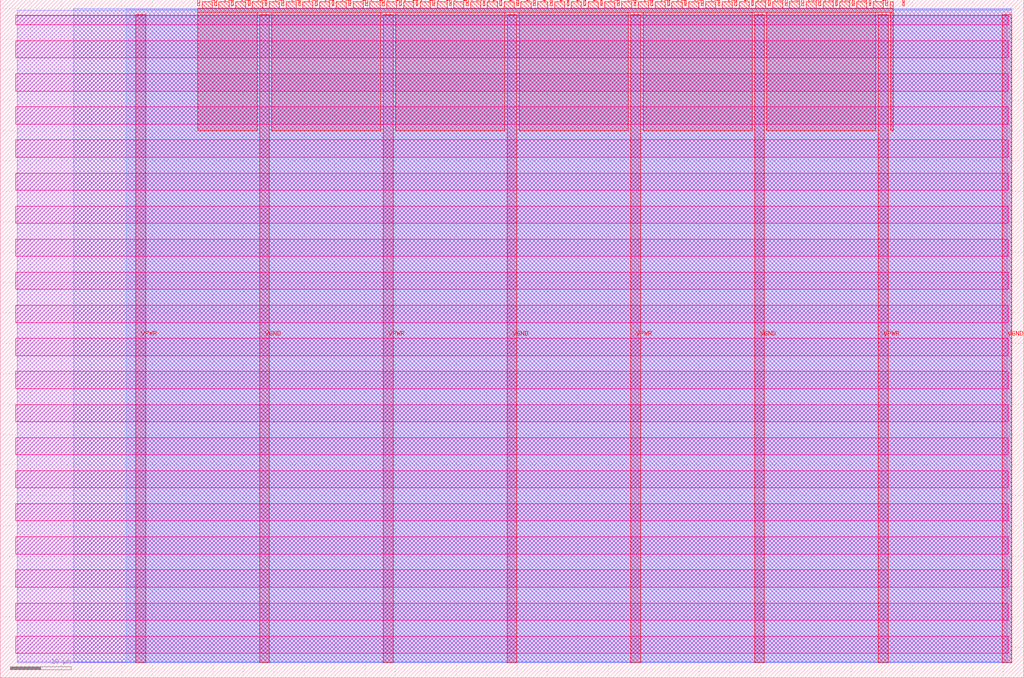
<source format=lef>
VERSION 5.7 ;
  NOWIREEXTENSIONATPIN ON ;
  DIVIDERCHAR "/" ;
  BUSBITCHARS "[]" ;
MACRO tt_um_frequency_counter_dup2
  CLASS BLOCK ;
  FOREIGN tt_um_frequency_counter_dup2 ;
  ORIGIN 0.000 0.000 ;
  SIZE 168.360 BY 111.520 ;
  PIN VGND
    DIRECTION INOUT ;
    USE GROUND ;
    PORT
      LAYER met4 ;
        RECT 42.670 2.480 44.270 109.040 ;
    END
    PORT
      LAYER met4 ;
        RECT 83.380 2.480 84.980 109.040 ;
    END
    PORT
      LAYER met4 ;
        RECT 124.090 2.480 125.690 109.040 ;
    END
    PORT
      LAYER met4 ;
        RECT 164.800 2.480 166.400 109.040 ;
    END
  END VGND
  PIN VPWR
    DIRECTION INOUT ;
    USE POWER ;
    PORT
      LAYER met4 ;
        RECT 22.315 2.480 23.915 109.040 ;
    END
    PORT
      LAYER met4 ;
        RECT 63.025 2.480 64.625 109.040 ;
    END
    PORT
      LAYER met4 ;
        RECT 103.735 2.480 105.335 109.040 ;
    END
    PORT
      LAYER met4 ;
        RECT 144.445 2.480 146.045 109.040 ;
    END
  END VPWR
  PIN clk
    DIRECTION INPUT ;
    USE SIGNAL ;
    ANTENNAGATEAREA 0.852000 ;
    PORT
      LAYER met4 ;
        RECT 145.670 110.520 145.970 111.520 ;
    END
  END clk
  PIN ena
    DIRECTION INPUT ;
    USE SIGNAL ;
    PORT
      LAYER met4 ;
        RECT 148.430 110.520 148.730 111.520 ;
    END
  END ena
  PIN rst_n
    DIRECTION INPUT ;
    USE SIGNAL ;
    ANTENNAGATEAREA 0.213000 ;
    PORT
      LAYER met4 ;
        RECT 142.910 110.520 143.210 111.520 ;
    END
  END rst_n
  PIN ui_in[0]
    DIRECTION INPUT ;
    USE SIGNAL ;
    ANTENNAGATEAREA 0.196500 ;
    PORT
      LAYER met4 ;
        RECT 140.150 110.520 140.450 111.520 ;
    END
  END ui_in[0]
  PIN ui_in[1]
    DIRECTION INPUT ;
    USE SIGNAL ;
    ANTENNAGATEAREA 0.159000 ;
    PORT
      LAYER met4 ;
        RECT 137.390 110.520 137.690 111.520 ;
    END
  END ui_in[1]
  PIN ui_in[2]
    DIRECTION INPUT ;
    USE SIGNAL ;
    ANTENNAGATEAREA 0.196500 ;
    PORT
      LAYER met4 ;
        RECT 134.630 110.520 134.930 111.520 ;
    END
  END ui_in[2]
  PIN ui_in[3]
    DIRECTION INPUT ;
    USE SIGNAL ;
    PORT
      LAYER met4 ;
        RECT 131.870 110.520 132.170 111.520 ;
    END
  END ui_in[3]
  PIN ui_in[4]
    DIRECTION INPUT ;
    USE SIGNAL ;
    ANTENNAGATEAREA 0.196500 ;
    PORT
      LAYER met4 ;
        RECT 129.110 110.520 129.410 111.520 ;
    END
  END ui_in[4]
  PIN ui_in[5]
    DIRECTION INPUT ;
    USE SIGNAL ;
    ANTENNAGATEAREA 0.196500 ;
    PORT
      LAYER met4 ;
        RECT 126.350 110.520 126.650 111.520 ;
    END
  END ui_in[5]
  PIN ui_in[6]
    DIRECTION INPUT ;
    USE SIGNAL ;
    ANTENNAGATEAREA 0.196500 ;
    PORT
      LAYER met4 ;
        RECT 123.590 110.520 123.890 111.520 ;
    END
  END ui_in[6]
  PIN ui_in[7]
    DIRECTION INPUT ;
    USE SIGNAL ;
    ANTENNAGATEAREA 0.196500 ;
    PORT
      LAYER met4 ;
        RECT 120.830 110.520 121.130 111.520 ;
    END
  END ui_in[7]
  PIN uio_in[0]
    DIRECTION INPUT ;
    USE SIGNAL ;
    ANTENNAGATEAREA 0.196500 ;
    PORT
      LAYER met4 ;
        RECT 118.070 110.520 118.370 111.520 ;
    END
  END uio_in[0]
  PIN uio_in[1]
    DIRECTION INPUT ;
    USE SIGNAL ;
    ANTENNAGATEAREA 0.196500 ;
    PORT
      LAYER met4 ;
        RECT 115.310 110.520 115.610 111.520 ;
    END
  END uio_in[1]
  PIN uio_in[2]
    DIRECTION INPUT ;
    USE SIGNAL ;
    ANTENNAGATEAREA 0.196500 ;
    PORT
      LAYER met4 ;
        RECT 112.550 110.520 112.850 111.520 ;
    END
  END uio_in[2]
  PIN uio_in[3]
    DIRECTION INPUT ;
    USE SIGNAL ;
    ANTENNAGATEAREA 0.196500 ;
    PORT
      LAYER met4 ;
        RECT 109.790 110.520 110.090 111.520 ;
    END
  END uio_in[3]
  PIN uio_in[4]
    DIRECTION INPUT ;
    USE SIGNAL ;
    ANTENNAGATEAREA 0.196500 ;
    PORT
      LAYER met4 ;
        RECT 107.030 110.520 107.330 111.520 ;
    END
  END uio_in[4]
  PIN uio_in[5]
    DIRECTION INPUT ;
    USE SIGNAL ;
    ANTENNAGATEAREA 0.196500 ;
    PORT
      LAYER met4 ;
        RECT 104.270 110.520 104.570 111.520 ;
    END
  END uio_in[5]
  PIN uio_in[6]
    DIRECTION INPUT ;
    USE SIGNAL ;
    ANTENNAGATEAREA 0.196500 ;
    PORT
      LAYER met4 ;
        RECT 101.510 110.520 101.810 111.520 ;
    END
  END uio_in[6]
  PIN uio_in[7]
    DIRECTION INPUT ;
    USE SIGNAL ;
    ANTENNAGATEAREA 0.196500 ;
    PORT
      LAYER met4 ;
        RECT 98.750 110.520 99.050 111.520 ;
    END
  END uio_in[7]
  PIN uio_oe[0]
    DIRECTION OUTPUT TRISTATE ;
    USE SIGNAL ;
    ANTENNADIFFAREA 0.445500 ;
    PORT
      LAYER met4 ;
        RECT 51.830 110.520 52.130 111.520 ;
    END
  END uio_oe[0]
  PIN uio_oe[1]
    DIRECTION OUTPUT TRISTATE ;
    USE SIGNAL ;
    ANTENNADIFFAREA 0.445500 ;
    PORT
      LAYER met4 ;
        RECT 49.070 110.520 49.370 111.520 ;
    END
  END uio_oe[1]
  PIN uio_oe[2]
    DIRECTION OUTPUT TRISTATE ;
    USE SIGNAL ;
    ANTENNADIFFAREA 0.445500 ;
    PORT
      LAYER met4 ;
        RECT 46.310 110.520 46.610 111.520 ;
    END
  END uio_oe[2]
  PIN uio_oe[3]
    DIRECTION OUTPUT TRISTATE ;
    USE SIGNAL ;
    ANTENNADIFFAREA 0.445500 ;
    PORT
      LAYER met4 ;
        RECT 43.550 110.520 43.850 111.520 ;
    END
  END uio_oe[3]
  PIN uio_oe[4]
    DIRECTION OUTPUT TRISTATE ;
    USE SIGNAL ;
    ANTENNADIFFAREA 0.445500 ;
    PORT
      LAYER met4 ;
        RECT 40.790 110.520 41.090 111.520 ;
    END
  END uio_oe[4]
  PIN uio_oe[5]
    DIRECTION OUTPUT TRISTATE ;
    USE SIGNAL ;
    ANTENNADIFFAREA 0.445500 ;
    PORT
      LAYER met4 ;
        RECT 38.030 110.520 38.330 111.520 ;
    END
  END uio_oe[5]
  PIN uio_oe[6]
    DIRECTION OUTPUT TRISTATE ;
    USE SIGNAL ;
    ANTENNADIFFAREA 0.445500 ;
    PORT
      LAYER met4 ;
        RECT 35.270 110.520 35.570 111.520 ;
    END
  END uio_oe[6]
  PIN uio_oe[7]
    DIRECTION OUTPUT TRISTATE ;
    USE SIGNAL ;
    ANTENNADIFFAREA 0.795200 ;
    PORT
      LAYER met4 ;
        RECT 32.510 110.520 32.810 111.520 ;
    END
  END uio_oe[7]
  PIN uio_out[0]
    DIRECTION OUTPUT TRISTATE ;
    USE SIGNAL ;
    ANTENNAGATEAREA 3.298500 ;
    ANTENNADIFFAREA 0.891000 ;
    PORT
      LAYER met4 ;
        RECT 73.910 110.520 74.210 111.520 ;
    END
  END uio_out[0]
  PIN uio_out[1]
    DIRECTION OUTPUT TRISTATE ;
    USE SIGNAL ;
    ANTENNAGATEAREA 2.110500 ;
    ANTENNADIFFAREA 0.891000 ;
    PORT
      LAYER met4 ;
        RECT 71.150 110.520 71.450 111.520 ;
    END
  END uio_out[1]
  PIN uio_out[2]
    DIRECTION OUTPUT TRISTATE ;
    USE SIGNAL ;
    ANTENNADIFFAREA 0.795200 ;
    PORT
      LAYER met4 ;
        RECT 68.390 110.520 68.690 111.520 ;
    END
  END uio_out[2]
  PIN uio_out[3]
    DIRECTION OUTPUT TRISTATE ;
    USE SIGNAL ;
    ANTENNADIFFAREA 0.795200 ;
    PORT
      LAYER met4 ;
        RECT 65.630 110.520 65.930 111.520 ;
    END
  END uio_out[3]
  PIN uio_out[4]
    DIRECTION OUTPUT TRISTATE ;
    USE SIGNAL ;
    ANTENNADIFFAREA 0.445500 ;
    PORT
      LAYER met4 ;
        RECT 62.870 110.520 63.170 111.520 ;
    END
  END uio_out[4]
  PIN uio_out[5]
    DIRECTION OUTPUT TRISTATE ;
    USE SIGNAL ;
    ANTENNADIFFAREA 0.795200 ;
    PORT
      LAYER met4 ;
        RECT 60.110 110.520 60.410 111.520 ;
    END
  END uio_out[5]
  PIN uio_out[6]
    DIRECTION OUTPUT TRISTATE ;
    USE SIGNAL ;
    ANTENNADIFFAREA 0.795200 ;
    PORT
      LAYER met4 ;
        RECT 57.350 110.520 57.650 111.520 ;
    END
  END uio_out[6]
  PIN uio_out[7]
    DIRECTION OUTPUT TRISTATE ;
    USE SIGNAL ;
    ANTENNADIFFAREA 0.795200 ;
    PORT
      LAYER met4 ;
        RECT 54.590 110.520 54.890 111.520 ;
    END
  END uio_out[7]
  PIN uo_out[0]
    DIRECTION OUTPUT TRISTATE ;
    USE SIGNAL ;
    ANTENNADIFFAREA 0.891000 ;
    PORT
      LAYER met4 ;
        RECT 95.990 110.520 96.290 111.520 ;
    END
  END uo_out[0]
  PIN uo_out[1]
    DIRECTION OUTPUT TRISTATE ;
    USE SIGNAL ;
    ANTENNADIFFAREA 0.891000 ;
    PORT
      LAYER met4 ;
        RECT 93.230 110.520 93.530 111.520 ;
    END
  END uo_out[1]
  PIN uo_out[2]
    DIRECTION OUTPUT TRISTATE ;
    USE SIGNAL ;
    ANTENNADIFFAREA 1.431000 ;
    PORT
      LAYER met4 ;
        RECT 90.470 110.520 90.770 111.520 ;
    END
  END uo_out[2]
  PIN uo_out[3]
    DIRECTION OUTPUT TRISTATE ;
    USE SIGNAL ;
    ANTENNADIFFAREA 0.891000 ;
    PORT
      LAYER met4 ;
        RECT 87.710 110.520 88.010 111.520 ;
    END
  END uo_out[3]
  PIN uo_out[4]
    DIRECTION OUTPUT TRISTATE ;
    USE SIGNAL ;
    ANTENNAGATEAREA 0.495000 ;
    ANTENNADIFFAREA 0.911000 ;
    PORT
      LAYER met4 ;
        RECT 84.950 110.520 85.250 111.520 ;
    END
  END uo_out[4]
  PIN uo_out[5]
    DIRECTION OUTPUT TRISTATE ;
    USE SIGNAL ;
    ANTENNADIFFAREA 0.445500 ;
    PORT
      LAYER met4 ;
        RECT 82.190 110.520 82.490 111.520 ;
    END
  END uo_out[5]
  PIN uo_out[6]
    DIRECTION OUTPUT TRISTATE ;
    USE SIGNAL ;
    ANTENNADIFFAREA 0.462000 ;
    PORT
      LAYER met4 ;
        RECT 79.430 110.520 79.730 111.520 ;
    END
  END uo_out[6]
  PIN uo_out[7]
    DIRECTION OUTPUT TRISTATE ;
    USE SIGNAL ;
    ANTENNADIFFAREA 0.795200 ;
    PORT
      LAYER met4 ;
        RECT 76.670 110.520 76.970 111.520 ;
    END
  END uo_out[7]
  OBS
      LAYER nwell ;
        RECT 2.570 107.385 165.790 108.990 ;
        RECT 2.570 101.945 165.790 104.775 ;
        RECT 2.570 96.505 165.790 99.335 ;
        RECT 2.570 91.065 165.790 93.895 ;
        RECT 2.570 85.625 165.790 88.455 ;
        RECT 2.570 80.185 165.790 83.015 ;
        RECT 2.570 74.745 165.790 77.575 ;
        RECT 2.570 69.305 165.790 72.135 ;
        RECT 2.570 63.865 165.790 66.695 ;
        RECT 2.570 58.425 165.790 61.255 ;
        RECT 2.570 52.985 165.790 55.815 ;
        RECT 2.570 47.545 165.790 50.375 ;
        RECT 2.570 42.105 165.790 44.935 ;
        RECT 2.570 36.665 165.790 39.495 ;
        RECT 2.570 31.225 165.790 34.055 ;
        RECT 2.570 25.785 165.790 28.615 ;
        RECT 2.570 20.345 165.790 23.175 ;
        RECT 2.570 14.905 165.790 17.735 ;
        RECT 2.570 9.465 165.790 12.295 ;
        RECT 2.570 4.025 165.790 6.855 ;
      LAYER li1 ;
        RECT 2.760 2.635 165.600 108.885 ;
      LAYER met1 ;
        RECT 2.760 2.480 166.400 109.780 ;
      LAYER met2 ;
        RECT 12.060 2.535 166.370 110.005 ;
      LAYER met3 ;
        RECT 20.765 2.555 166.390 109.985 ;
      LAYER met4 ;
        RECT 33.210 110.120 34.870 111.170 ;
        RECT 35.970 110.120 37.630 111.170 ;
        RECT 38.730 110.120 40.390 111.170 ;
        RECT 41.490 110.120 43.150 111.170 ;
        RECT 44.250 110.120 45.910 111.170 ;
        RECT 47.010 110.120 48.670 111.170 ;
        RECT 49.770 110.120 51.430 111.170 ;
        RECT 52.530 110.120 54.190 111.170 ;
        RECT 55.290 110.120 56.950 111.170 ;
        RECT 58.050 110.120 59.710 111.170 ;
        RECT 60.810 110.120 62.470 111.170 ;
        RECT 63.570 110.120 65.230 111.170 ;
        RECT 66.330 110.120 67.990 111.170 ;
        RECT 69.090 110.120 70.750 111.170 ;
        RECT 71.850 110.120 73.510 111.170 ;
        RECT 74.610 110.120 76.270 111.170 ;
        RECT 77.370 110.120 79.030 111.170 ;
        RECT 80.130 110.120 81.790 111.170 ;
        RECT 82.890 110.120 84.550 111.170 ;
        RECT 85.650 110.120 87.310 111.170 ;
        RECT 88.410 110.120 90.070 111.170 ;
        RECT 91.170 110.120 92.830 111.170 ;
        RECT 93.930 110.120 95.590 111.170 ;
        RECT 96.690 110.120 98.350 111.170 ;
        RECT 99.450 110.120 101.110 111.170 ;
        RECT 102.210 110.120 103.870 111.170 ;
        RECT 104.970 110.120 106.630 111.170 ;
        RECT 107.730 110.120 109.390 111.170 ;
        RECT 110.490 110.120 112.150 111.170 ;
        RECT 113.250 110.120 114.910 111.170 ;
        RECT 116.010 110.120 117.670 111.170 ;
        RECT 118.770 110.120 120.430 111.170 ;
        RECT 121.530 110.120 123.190 111.170 ;
        RECT 124.290 110.120 125.950 111.170 ;
        RECT 127.050 110.120 128.710 111.170 ;
        RECT 129.810 110.120 131.470 111.170 ;
        RECT 132.570 110.120 134.230 111.170 ;
        RECT 135.330 110.120 136.990 111.170 ;
        RECT 138.090 110.120 139.750 111.170 ;
        RECT 140.850 110.120 142.510 111.170 ;
        RECT 143.610 110.120 145.270 111.170 ;
        RECT 146.370 110.120 146.905 111.170 ;
        RECT 32.495 109.440 146.905 110.120 ;
        RECT 32.495 89.935 42.270 109.440 ;
        RECT 44.670 89.935 62.625 109.440 ;
        RECT 65.025 89.935 82.980 109.440 ;
        RECT 85.380 89.935 103.335 109.440 ;
        RECT 105.735 89.935 123.690 109.440 ;
        RECT 126.090 89.935 144.045 109.440 ;
        RECT 146.445 89.935 146.905 109.440 ;
  END
END tt_um_frequency_counter_dup2
END LIBRARY


</source>
